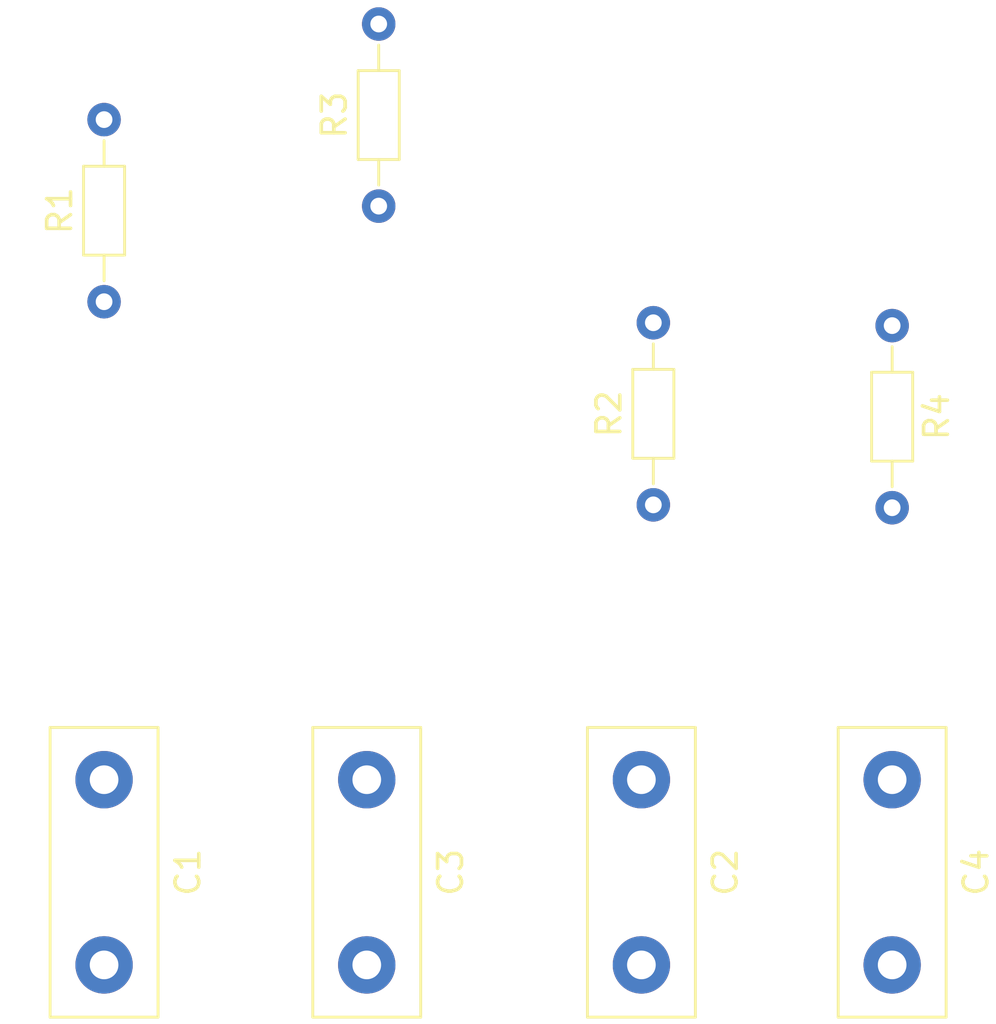
<source format=kicad_pcb>
(kicad_pcb (version 20171130) (host pcbnew no-vcs-found-openSUSE)

  (general
    (thickness 1.6)
    (drawings 0)
    (tracks 0)
    (zones 0)
    (modules 8)
    (nets 7)
  )

  (page A4)
  (layers
    (0 F.Cu signal)
    (31 B.Cu signal)
    (32 B.Adhes user)
    (33 F.Adhes user)
    (34 B.Paste user)
    (35 F.Paste user)
    (36 B.SilkS user)
    (37 F.SilkS user)
    (38 B.Mask user)
    (39 F.Mask user)
    (40 Dwgs.User user)
    (41 Cmts.User user)
    (42 Eco1.User user)
    (43 Eco2.User user)
    (44 Edge.Cuts user)
    (45 Margin user)
    (46 B.CrtYd user)
    (47 F.CrtYd user)
    (48 B.Fab user)
    (49 F.Fab user)
  )

  (setup
    (last_trace_width 0.25)
    (trace_clearance 0.2)
    (zone_clearance 0.508)
    (zone_45_only no)
    (trace_min 0.2)
    (segment_width 0.2)
    (edge_width 0.15)
    (via_size 0.8)
    (via_drill 0.4)
    (via_min_size 0.4)
    (via_min_drill 0.3)
    (uvia_size 0.3)
    (uvia_drill 0.1)
    (uvias_allowed no)
    (uvia_min_size 0.2)
    (uvia_min_drill 0.1)
    (pcb_text_width 0.3)
    (pcb_text_size 1.5 1.5)
    (mod_edge_width 0.15)
    (mod_text_size 1 1)
    (mod_text_width 0.15)
    (pad_size 1.524 1.524)
    (pad_drill 0.762)
    (pad_to_mask_clearance 0.2)
    (aux_axis_origin 0 0)
    (visible_elements FFFFFF7F)
    (pcbplotparams
      (layerselection 0x010fc_ffffffff)
      (usegerberextensions false)
      (usegerberattributes false)
      (usegerberadvancedattributes false)
      (creategerberjobfile false)
      (excludeedgelayer true)
      (linewidth 0.100000)
      (plotframeref false)
      (viasonmask false)
      (mode 1)
      (useauxorigin false)
      (hpglpennumber 1)
      (hpglpenspeed 20)
      (hpglpendiameter 15)
      (psnegative false)
      (psa4output false)
      (plotreference true)
      (plotvalue true)
      (plotinvisibletext false)
      (padsonsilk false)
      (subtractmaskfromsilk false)
      (outputformat 1)
      (mirror false)
      (drillshape 1)
      (scaleselection 1)
      (outputdirectory ""))
  )

  (net 0 "")
  (net 1 GND)
  (net 2 "Net-(C1-Pad1)")
  (net 3 "Net-(C2-Pad1)")
  (net 4 "Net-(C3-Pad1)")
  (net 5 "Net-(C4-Pad1)")
  (net 6 +15V)

  (net_class Default "This is the default net class."
    (clearance 0.2)
    (trace_width 0.25)
    (via_dia 0.8)
    (via_drill 0.4)
    (uvia_dia 0.3)
    (uvia_drill 0.1)
    (add_net +15V)
    (add_net GND)
    (add_net "Net-(C1-Pad1)")
    (add_net "Net-(C2-Pad1)")
    (add_net "Net-(C3-Pad1)")
    (add_net "Net-(C4-Pad1)")
  )

  (module Capacitors_THT:C_Disc_D12.0mm_W4.4mm_P7.75mm (layer F.Cu) (tedit 597BC7C2) (tstamp 5A5A9482)
    (at 73 52 270)
    (descr "C, Disc series, Radial, pin pitch=7.75mm, , diameter*width=12*4.4mm^2, Capacitor")
    (tags "C Disc series Radial pin pitch 7.75mm  diameter 12mm width 4.4mm Capacitor")
    (path /5A5A4C8D)
    (fp_text reference C1 (at 3.875 -3.51 270) (layer F.SilkS)
      (effects (font (size 1 1) (thickness 0.15)))
    )
    (fp_text value C (at 3.875 3.51 270) (layer F.Fab)
      (effects (font (size 1 1) (thickness 0.15)))
    )
    (fp_text user %R (at 3.875 0 270) (layer F.Fab)
      (effects (font (size 1 1) (thickness 0.15)))
    )
    (fp_line (start 10.2 -2.55) (end -2.45 -2.55) (layer F.CrtYd) (width 0.05))
    (fp_line (start 10.2 2.55) (end 10.2 -2.55) (layer F.CrtYd) (width 0.05))
    (fp_line (start -2.45 2.55) (end 10.2 2.55) (layer F.CrtYd) (width 0.05))
    (fp_line (start -2.45 -2.55) (end -2.45 2.55) (layer F.CrtYd) (width 0.05))
    (fp_line (start 9.935 -2.26) (end 9.935 2.26) (layer F.SilkS) (width 0.12))
    (fp_line (start -2.185 -2.26) (end -2.185 2.26) (layer F.SilkS) (width 0.12))
    (fp_line (start -2.185 2.26) (end 9.935 2.26) (layer F.SilkS) (width 0.12))
    (fp_line (start -2.185 -2.26) (end 9.935 -2.26) (layer F.SilkS) (width 0.12))
    (fp_line (start 9.875 -2.2) (end -2.125 -2.2) (layer F.Fab) (width 0.1))
    (fp_line (start 9.875 2.2) (end 9.875 -2.2) (layer F.Fab) (width 0.1))
    (fp_line (start -2.125 2.2) (end 9.875 2.2) (layer F.Fab) (width 0.1))
    (fp_line (start -2.125 -2.2) (end -2.125 2.2) (layer F.Fab) (width 0.1))
    (pad 2 thru_hole circle (at 7.75 0 270) (size 2.4 2.4) (drill 1.2) (layers *.Cu *.Mask)
      (net 1 GND))
    (pad 1 thru_hole circle (at 0 0 270) (size 2.4 2.4) (drill 1.2) (layers *.Cu *.Mask)
      (net 2 "Net-(C1-Pad1)"))
    (model ${KISYS3DMOD}/Capacitors_THT.3dshapes/C_Disc_D12.0mm_W4.4mm_P7.75mm.wrl
      (at (xyz 0 0 0))
      (scale (xyz 1 1 1))
      (rotate (xyz 0 0 0))
    )
  )

  (module Capacitors_THT:C_Disc_D12.0mm_W4.4mm_P7.75mm (layer F.Cu) (tedit 597BC7C2) (tstamp 5A5A9495)
    (at 95.5 52 270)
    (descr "C, Disc series, Radial, pin pitch=7.75mm, , diameter*width=12*4.4mm^2, Capacitor")
    (tags "C Disc series Radial pin pitch 7.75mm  diameter 12mm width 4.4mm Capacitor")
    (path /5A5A4CCB)
    (fp_text reference C2 (at 3.875 -3.51 270) (layer F.SilkS)
      (effects (font (size 1 1) (thickness 0.15)))
    )
    (fp_text value C (at 3.875 3.51 270) (layer F.Fab)
      (effects (font (size 1 1) (thickness 0.15)))
    )
    (fp_line (start -2.125 -2.2) (end -2.125 2.2) (layer F.Fab) (width 0.1))
    (fp_line (start -2.125 2.2) (end 9.875 2.2) (layer F.Fab) (width 0.1))
    (fp_line (start 9.875 2.2) (end 9.875 -2.2) (layer F.Fab) (width 0.1))
    (fp_line (start 9.875 -2.2) (end -2.125 -2.2) (layer F.Fab) (width 0.1))
    (fp_line (start -2.185 -2.26) (end 9.935 -2.26) (layer F.SilkS) (width 0.12))
    (fp_line (start -2.185 2.26) (end 9.935 2.26) (layer F.SilkS) (width 0.12))
    (fp_line (start -2.185 -2.26) (end -2.185 2.26) (layer F.SilkS) (width 0.12))
    (fp_line (start 9.935 -2.26) (end 9.935 2.26) (layer F.SilkS) (width 0.12))
    (fp_line (start -2.45 -2.55) (end -2.45 2.55) (layer F.CrtYd) (width 0.05))
    (fp_line (start -2.45 2.55) (end 10.2 2.55) (layer F.CrtYd) (width 0.05))
    (fp_line (start 10.2 2.55) (end 10.2 -2.55) (layer F.CrtYd) (width 0.05))
    (fp_line (start 10.2 -2.55) (end -2.45 -2.55) (layer F.CrtYd) (width 0.05))
    (fp_text user %R (at 3.875 0 270) (layer F.Fab)
      (effects (font (size 1 1) (thickness 0.15)))
    )
    (pad 1 thru_hole circle (at 0 0 270) (size 2.4 2.4) (drill 1.2) (layers *.Cu *.Mask)
      (net 3 "Net-(C2-Pad1)"))
    (pad 2 thru_hole circle (at 7.75 0 270) (size 2.4 2.4) (drill 1.2) (layers *.Cu *.Mask)
      (net 1 GND))
    (model ${KISYS3DMOD}/Capacitors_THT.3dshapes/C_Disc_D12.0mm_W4.4mm_P7.75mm.wrl
      (at (xyz 0 0 0))
      (scale (xyz 1 1 1))
      (rotate (xyz 0 0 0))
    )
  )

  (module Capacitors_THT:C_Disc_D12.0mm_W4.4mm_P7.75mm (layer F.Cu) (tedit 597BC7C2) (tstamp 5A5A94A8)
    (at 84 52 270)
    (descr "C, Disc series, Radial, pin pitch=7.75mm, , diameter*width=12*4.4mm^2, Capacitor")
    (tags "C Disc series Radial pin pitch 7.75mm  diameter 12mm width 4.4mm Capacitor")
    (path /5A5A4D13)
    (fp_text reference C3 (at 3.875 -3.51 270) (layer F.SilkS)
      (effects (font (size 1 1) (thickness 0.15)))
    )
    (fp_text value C (at 3.875 3.51 270) (layer F.Fab)
      (effects (font (size 1 1) (thickness 0.15)))
    )
    (fp_text user %R (at 3.724999 0 90) (layer F.Fab)
      (effects (font (size 1 1) (thickness 0.15)))
    )
    (fp_line (start 10.2 -2.55) (end -2.45 -2.55) (layer F.CrtYd) (width 0.05))
    (fp_line (start 10.2 2.55) (end 10.2 -2.55) (layer F.CrtYd) (width 0.05))
    (fp_line (start -2.45 2.55) (end 10.2 2.55) (layer F.CrtYd) (width 0.05))
    (fp_line (start -2.45 -2.55) (end -2.45 2.55) (layer F.CrtYd) (width 0.05))
    (fp_line (start 9.935 -2.26) (end 9.935 2.26) (layer F.SilkS) (width 0.12))
    (fp_line (start -2.185 -2.26) (end -2.185 2.26) (layer F.SilkS) (width 0.12))
    (fp_line (start -2.185 2.26) (end 9.935 2.26) (layer F.SilkS) (width 0.12))
    (fp_line (start -2.185 -2.26) (end 9.935 -2.26) (layer F.SilkS) (width 0.12))
    (fp_line (start 9.875 -2.2) (end -2.125 -2.2) (layer F.Fab) (width 0.1))
    (fp_line (start 9.875 2.2) (end 9.875 -2.2) (layer F.Fab) (width 0.1))
    (fp_line (start -2.125 2.2) (end 9.875 2.2) (layer F.Fab) (width 0.1))
    (fp_line (start -2.125 -2.2) (end -2.125 2.2) (layer F.Fab) (width 0.1))
    (pad 2 thru_hole circle (at 7.75 0 270) (size 2.4 2.4) (drill 1.2) (layers *.Cu *.Mask)
      (net 1 GND))
    (pad 1 thru_hole circle (at 0 0 270) (size 2.4 2.4) (drill 1.2) (layers *.Cu *.Mask)
      (net 4 "Net-(C3-Pad1)"))
    (model ${KISYS3DMOD}/Capacitors_THT.3dshapes/C_Disc_D12.0mm_W4.4mm_P7.75mm.wrl
      (at (xyz 0 0 0))
      (scale (xyz 1 1 1))
      (rotate (xyz 0 0 0))
    )
  )

  (module Capacitors_THT:C_Disc_D12.0mm_W4.4mm_P7.75mm (layer F.Cu) (tedit 597BC7C2) (tstamp 5A5A94BB)
    (at 106 52 270)
    (descr "C, Disc series, Radial, pin pitch=7.75mm, , diameter*width=12*4.4mm^2, Capacitor")
    (tags "C Disc series Radial pin pitch 7.75mm  diameter 12mm width 4.4mm Capacitor")
    (path /5A5A4D59)
    (fp_text reference C4 (at 3.875 -3.51 270) (layer F.SilkS)
      (effects (font (size 1 1) (thickness 0.15)))
    )
    (fp_text value C (at 3.875 3.51 270) (layer F.Fab)
      (effects (font (size 1 1) (thickness 0.15)))
    )
    (fp_line (start -2.125 -2.2) (end -2.125 2.2) (layer F.Fab) (width 0.1))
    (fp_line (start -2.125 2.2) (end 9.875 2.2) (layer F.Fab) (width 0.1))
    (fp_line (start 9.875 2.2) (end 9.875 -2.2) (layer F.Fab) (width 0.1))
    (fp_line (start 9.875 -2.2) (end -2.125 -2.2) (layer F.Fab) (width 0.1))
    (fp_line (start -2.185 -2.26) (end 9.935 -2.26) (layer F.SilkS) (width 0.12))
    (fp_line (start -2.185 2.26) (end 9.935 2.26) (layer F.SilkS) (width 0.12))
    (fp_line (start -2.185 -2.26) (end -2.185 2.26) (layer F.SilkS) (width 0.12))
    (fp_line (start 9.935 -2.26) (end 9.935 2.26) (layer F.SilkS) (width 0.12))
    (fp_line (start -2.45 -2.55) (end -2.45 2.55) (layer F.CrtYd) (width 0.05))
    (fp_line (start -2.45 2.55) (end 10.2 2.55) (layer F.CrtYd) (width 0.05))
    (fp_line (start 10.2 2.55) (end 10.2 -2.55) (layer F.CrtYd) (width 0.05))
    (fp_line (start 10.2 -2.55) (end -2.45 -2.55) (layer F.CrtYd) (width 0.05))
    (fp_text user %R (at 3.875 0 270) (layer F.Fab)
      (effects (font (size 1 1) (thickness 0.15)))
    )
    (pad 1 thru_hole circle (at 0 0 270) (size 2.4 2.4) (drill 1.2) (layers *.Cu *.Mask)
      (net 5 "Net-(C4-Pad1)"))
    (pad 2 thru_hole circle (at 7.75 0 270) (size 2.4 2.4) (drill 1.2) (layers *.Cu *.Mask)
      (net 1 GND))
    (model ${KISYS3DMOD}/Capacitors_THT.3dshapes/C_Disc_D12.0mm_W4.4mm_P7.75mm.wrl
      (at (xyz 0 0 0))
      (scale (xyz 1 1 1))
      (rotate (xyz 0 0 0))
    )
  )

  (module Resistors_THT:R_Axial_DIN0204_L3.6mm_D1.6mm_P7.62mm_Horizontal (layer F.Cu) (tedit 5874F706) (tstamp 5A5A94D1)
    (at 73 32 90)
    (descr "Resistor, Axial_DIN0204 series, Axial, Horizontal, pin pitch=7.62mm, 0.16666666666666666W = 1/6W, length*diameter=3.6*1.6mm^2, http://cdn-reichelt.de/documents/datenblatt/B400/1_4W%23YAG.pdf")
    (tags "Resistor Axial_DIN0204 series Axial Horizontal pin pitch 7.62mm 0.16666666666666666W = 1/6W length 3.6mm diameter 1.6mm")
    (path /5A5A4B86)
    (fp_text reference R1 (at 3.81 -1.86 90) (layer F.SilkS)
      (effects (font (size 1 1) (thickness 0.15)))
    )
    (fp_text value R (at 3.81 1.86 90) (layer F.Fab)
      (effects (font (size 1 1) (thickness 0.15)))
    )
    (fp_line (start 8.6 -1.15) (end -0.95 -1.15) (layer F.CrtYd) (width 0.05))
    (fp_line (start 8.6 1.15) (end 8.6 -1.15) (layer F.CrtYd) (width 0.05))
    (fp_line (start -0.95 1.15) (end 8.6 1.15) (layer F.CrtYd) (width 0.05))
    (fp_line (start -0.95 -1.15) (end -0.95 1.15) (layer F.CrtYd) (width 0.05))
    (fp_line (start 6.74 0) (end 5.67 0) (layer F.SilkS) (width 0.12))
    (fp_line (start 0.88 0) (end 1.95 0) (layer F.SilkS) (width 0.12))
    (fp_line (start 5.67 -0.86) (end 1.95 -0.86) (layer F.SilkS) (width 0.12))
    (fp_line (start 5.67 0.86) (end 5.67 -0.86) (layer F.SilkS) (width 0.12))
    (fp_line (start 1.95 0.86) (end 5.67 0.86) (layer F.SilkS) (width 0.12))
    (fp_line (start 1.95 -0.86) (end 1.95 0.86) (layer F.SilkS) (width 0.12))
    (fp_line (start 7.62 0) (end 5.61 0) (layer F.Fab) (width 0.1))
    (fp_line (start 0 0) (end 2.01 0) (layer F.Fab) (width 0.1))
    (fp_line (start 5.61 -0.8) (end 2.01 -0.8) (layer F.Fab) (width 0.1))
    (fp_line (start 5.61 0.8) (end 5.61 -0.8) (layer F.Fab) (width 0.1))
    (fp_line (start 2.01 0.8) (end 5.61 0.8) (layer F.Fab) (width 0.1))
    (fp_line (start 2.01 -0.8) (end 2.01 0.8) (layer F.Fab) (width 0.1))
    (pad 2 thru_hole oval (at 7.62 0 90) (size 1.4 1.4) (drill 0.7) (layers *.Cu *.Mask)
      (net 2 "Net-(C1-Pad1)"))
    (pad 1 thru_hole circle (at 0 0 90) (size 1.4 1.4) (drill 0.7) (layers *.Cu *.Mask)
      (net 6 +15V))
    (model ${KISYS3DMOD}/Resistors_THT.3dshapes/R_Axial_DIN0204_L3.6mm_D1.6mm_P7.62mm_Horizontal.wrl
      (at (xyz 0 0 0))
      (scale (xyz 0.393701 0.393701 0.393701))
      (rotate (xyz 0 0 0))
    )
  )

  (module Resistors_THT:R_Axial_DIN0204_L3.6mm_D1.6mm_P7.62mm_Horizontal (layer F.Cu) (tedit 5874F706) (tstamp 5A5A94E7)
    (at 96 40.5 90)
    (descr "Resistor, Axial_DIN0204 series, Axial, Horizontal, pin pitch=7.62mm, 0.16666666666666666W = 1/6W, length*diameter=3.6*1.6mm^2, http://cdn-reichelt.de/documents/datenblatt/B400/1_4W%23YAG.pdf")
    (tags "Resistor Axial_DIN0204 series Axial Horizontal pin pitch 7.62mm 0.16666666666666666W = 1/6W length 3.6mm diameter 1.6mm")
    (path /5A5A4BB9)
    (fp_text reference R2 (at 3.81 -1.86 90) (layer F.SilkS)
      (effects (font (size 1 1) (thickness 0.15)))
    )
    (fp_text value R (at 3.81 1.86 90) (layer F.Fab)
      (effects (font (size 1 1) (thickness 0.15)))
    )
    (fp_line (start 2.01 -0.8) (end 2.01 0.8) (layer F.Fab) (width 0.1))
    (fp_line (start 2.01 0.8) (end 5.61 0.8) (layer F.Fab) (width 0.1))
    (fp_line (start 5.61 0.8) (end 5.61 -0.8) (layer F.Fab) (width 0.1))
    (fp_line (start 5.61 -0.8) (end 2.01 -0.8) (layer F.Fab) (width 0.1))
    (fp_line (start 0 0) (end 2.01 0) (layer F.Fab) (width 0.1))
    (fp_line (start 7.62 0) (end 5.61 0) (layer F.Fab) (width 0.1))
    (fp_line (start 1.95 -0.86) (end 1.95 0.86) (layer F.SilkS) (width 0.12))
    (fp_line (start 1.95 0.86) (end 5.67 0.86) (layer F.SilkS) (width 0.12))
    (fp_line (start 5.67 0.86) (end 5.67 -0.86) (layer F.SilkS) (width 0.12))
    (fp_line (start 5.67 -0.86) (end 1.95 -0.86) (layer F.SilkS) (width 0.12))
    (fp_line (start 0.88 0) (end 1.95 0) (layer F.SilkS) (width 0.12))
    (fp_line (start 6.74 0) (end 5.67 0) (layer F.SilkS) (width 0.12))
    (fp_line (start -0.95 -1.15) (end -0.95 1.15) (layer F.CrtYd) (width 0.05))
    (fp_line (start -0.95 1.15) (end 8.6 1.15) (layer F.CrtYd) (width 0.05))
    (fp_line (start 8.6 1.15) (end 8.6 -1.15) (layer F.CrtYd) (width 0.05))
    (fp_line (start 8.6 -1.15) (end -0.95 -1.15) (layer F.CrtYd) (width 0.05))
    (pad 1 thru_hole circle (at 0 0 90) (size 1.4 1.4) (drill 0.7) (layers *.Cu *.Mask)
      (net 6 +15V))
    (pad 2 thru_hole oval (at 7.62 0 90) (size 1.4 1.4) (drill 0.7) (layers *.Cu *.Mask)
      (net 3 "Net-(C2-Pad1)"))
    (model ${KISYS3DMOD}/Resistors_THT.3dshapes/R_Axial_DIN0204_L3.6mm_D1.6mm_P7.62mm_Horizontal.wrl
      (at (xyz 0 0 0))
      (scale (xyz 0.393701 0.393701 0.393701))
      (rotate (xyz 0 0 0))
    )
  )

  (module Resistors_THT:R_Axial_DIN0204_L3.6mm_D1.6mm_P7.62mm_Horizontal (layer F.Cu) (tedit 5874F706) (tstamp 5A5A94FD)
    (at 84.5 28 90)
    (descr "Resistor, Axial_DIN0204 series, Axial, Horizontal, pin pitch=7.62mm, 0.16666666666666666W = 1/6W, length*diameter=3.6*1.6mm^2, http://cdn-reichelt.de/documents/datenblatt/B400/1_4W%23YAG.pdf")
    (tags "Resistor Axial_DIN0204 series Axial Horizontal pin pitch 7.62mm 0.16666666666666666W = 1/6W length 3.6mm diameter 1.6mm")
    (path /5A5A4BEF)
    (fp_text reference R3 (at 3.81 -1.86 90) (layer F.SilkS)
      (effects (font (size 1 1) (thickness 0.15)))
    )
    (fp_text value R (at 3.81 1.86 90) (layer F.Fab)
      (effects (font (size 1 1) (thickness 0.15)))
    )
    (fp_line (start 8.6 -1.15) (end -0.95 -1.15) (layer F.CrtYd) (width 0.05))
    (fp_line (start 8.6 1.15) (end 8.6 -1.15) (layer F.CrtYd) (width 0.05))
    (fp_line (start -0.95 1.15) (end 8.6 1.15) (layer F.CrtYd) (width 0.05))
    (fp_line (start -0.95 -1.15) (end -0.95 1.15) (layer F.CrtYd) (width 0.05))
    (fp_line (start 6.74 0) (end 5.67 0) (layer F.SilkS) (width 0.12))
    (fp_line (start 0.88 0) (end 1.95 0) (layer F.SilkS) (width 0.12))
    (fp_line (start 5.67 -0.86) (end 1.95 -0.86) (layer F.SilkS) (width 0.12))
    (fp_line (start 5.67 0.86) (end 5.67 -0.86) (layer F.SilkS) (width 0.12))
    (fp_line (start 1.95 0.86) (end 5.67 0.86) (layer F.SilkS) (width 0.12))
    (fp_line (start 1.95 -0.86) (end 1.95 0.86) (layer F.SilkS) (width 0.12))
    (fp_line (start 7.62 0) (end 5.61 0) (layer F.Fab) (width 0.1))
    (fp_line (start 0 0) (end 2.01 0) (layer F.Fab) (width 0.1))
    (fp_line (start 5.61 -0.8) (end 2.01 -0.8) (layer F.Fab) (width 0.1))
    (fp_line (start 5.61 0.8) (end 5.61 -0.8) (layer F.Fab) (width 0.1))
    (fp_line (start 2.01 0.8) (end 5.61 0.8) (layer F.Fab) (width 0.1))
    (fp_line (start 2.01 -0.8) (end 2.01 0.8) (layer F.Fab) (width 0.1))
    (pad 2 thru_hole oval (at 7.62 0 90) (size 1.4 1.4) (drill 0.7) (layers *.Cu *.Mask)
      (net 4 "Net-(C3-Pad1)"))
    (pad 1 thru_hole circle (at 0 0 90) (size 1.4 1.4) (drill 0.7) (layers *.Cu *.Mask)
      (net 6 +15V))
    (model ${KISYS3DMOD}/Resistors_THT.3dshapes/R_Axial_DIN0204_L3.6mm_D1.6mm_P7.62mm_Horizontal.wrl
      (at (xyz 0 0 0))
      (scale (xyz 0.393701 0.393701 0.393701))
      (rotate (xyz 0 0 0))
    )
  )

  (module Resistors_THT:R_Axial_DIN0204_L3.6mm_D1.6mm_P7.62mm_Horizontal (layer F.Cu) (tedit 5874F706) (tstamp 5A5A9513)
    (at 106 33 270)
    (descr "Resistor, Axial_DIN0204 series, Axial, Horizontal, pin pitch=7.62mm, 0.16666666666666666W = 1/6W, length*diameter=3.6*1.6mm^2, http://cdn-reichelt.de/documents/datenblatt/B400/1_4W%23YAG.pdf")
    (tags "Resistor Axial_DIN0204 series Axial Horizontal pin pitch 7.62mm 0.16666666666666666W = 1/6W length 3.6mm diameter 1.6mm")
    (path /5A5A4C29)
    (fp_text reference R4 (at 3.81 -1.86 270) (layer F.SilkS)
      (effects (font (size 1 1) (thickness 0.15)))
    )
    (fp_text value R (at 3.81 1.86 270) (layer F.Fab)
      (effects (font (size 1 1) (thickness 0.15)))
    )
    (fp_line (start 2.01 -0.8) (end 2.01 0.8) (layer F.Fab) (width 0.1))
    (fp_line (start 2.01 0.8) (end 5.61 0.8) (layer F.Fab) (width 0.1))
    (fp_line (start 5.61 0.8) (end 5.61 -0.8) (layer F.Fab) (width 0.1))
    (fp_line (start 5.61 -0.8) (end 2.01 -0.8) (layer F.Fab) (width 0.1))
    (fp_line (start 0 0) (end 2.01 0) (layer F.Fab) (width 0.1))
    (fp_line (start 7.62 0) (end 5.61 0) (layer F.Fab) (width 0.1))
    (fp_line (start 1.95 -0.86) (end 1.95 0.86) (layer F.SilkS) (width 0.12))
    (fp_line (start 1.95 0.86) (end 5.67 0.86) (layer F.SilkS) (width 0.12))
    (fp_line (start 5.67 0.86) (end 5.67 -0.86) (layer F.SilkS) (width 0.12))
    (fp_line (start 5.67 -0.86) (end 1.95 -0.86) (layer F.SilkS) (width 0.12))
    (fp_line (start 0.88 0) (end 1.95 0) (layer F.SilkS) (width 0.12))
    (fp_line (start 6.74 0) (end 5.67 0) (layer F.SilkS) (width 0.12))
    (fp_line (start -0.95 -1.15) (end -0.95 1.15) (layer F.CrtYd) (width 0.05))
    (fp_line (start -0.95 1.15) (end 8.6 1.15) (layer F.CrtYd) (width 0.05))
    (fp_line (start 8.6 1.15) (end 8.6 -1.15) (layer F.CrtYd) (width 0.05))
    (fp_line (start 8.6 -1.15) (end -0.95 -1.15) (layer F.CrtYd) (width 0.05))
    (pad 1 thru_hole circle (at 0 0 270) (size 1.4 1.4) (drill 0.7) (layers *.Cu *.Mask)
      (net 6 +15V))
    (pad 2 thru_hole oval (at 7.62 0 270) (size 1.4 1.4) (drill 0.7) (layers *.Cu *.Mask)
      (net 5 "Net-(C4-Pad1)"))
    (model ${KISYS3DMOD}/Resistors_THT.3dshapes/R_Axial_DIN0204_L3.6mm_D1.6mm_P7.62mm_Horizontal.wrl
      (at (xyz 0 0 0))
      (scale (xyz 0.393701 0.393701 0.393701))
      (rotate (xyz 0 0 0))
    )
  )

)

</source>
